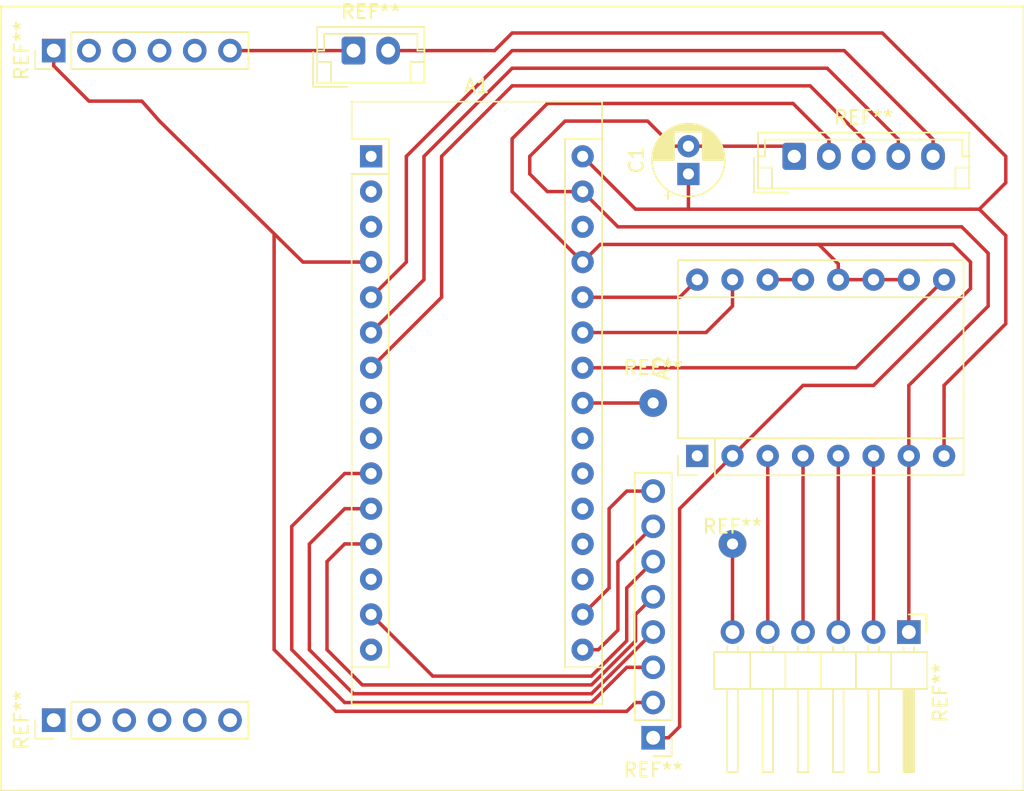
<source format=kicad_pcb>
(kicad_pcb (version 20171130) (host pcbnew "(5.1.5)-3")

  (general
    (thickness 1.6)
    (drawings 4)
    (tracks 143)
    (zones 0)
    (modules 11)
    (nets 39)
  )

  (page A4)
  (layers
    (0 F.Cu signal)
    (31 B.Cu signal)
    (32 B.Adhes user)
    (33 F.Adhes user)
    (34 B.Paste user)
    (35 F.Paste user)
    (36 B.SilkS user)
    (37 F.SilkS user)
    (38 B.Mask user)
    (39 F.Mask user)
    (40 Dwgs.User user)
    (41 Cmts.User user)
    (42 Eco1.User user)
    (43 Eco2.User user)
    (44 Edge.Cuts user)
    (45 Margin user)
    (46 B.CrtYd user)
    (47 F.CrtYd user)
    (48 B.Fab user)
    (49 F.Fab user)
  )

  (setup
    (last_trace_width 0.25)
    (user_trace_width 0.3)
    (user_trace_width 0.4)
    (trace_clearance 0.2)
    (zone_clearance 0.508)
    (zone_45_only no)
    (trace_min 0.2)
    (via_size 0.8)
    (via_drill 0.4)
    (via_min_size 0.4)
    (via_min_drill 0.3)
    (uvia_size 0.3)
    (uvia_drill 0.1)
    (uvias_allowed no)
    (uvia_min_size 0.2)
    (uvia_min_drill 0.1)
    (edge_width 0.05)
    (segment_width 0.2)
    (pcb_text_width 0.3)
    (pcb_text_size 1.5 1.5)
    (mod_edge_width 0.12)
    (mod_text_size 1 1)
    (mod_text_width 0.15)
    (pad_size 1.7 2)
    (pad_drill 1)
    (pad_to_mask_clearance 0.051)
    (solder_mask_min_width 0.25)
    (aux_axis_origin 0 0)
    (visible_elements 7FFFFFFF)
    (pcbplotparams
      (layerselection 0x00000_7fffffff)
      (usegerberextensions false)
      (usegerberattributes false)
      (usegerberadvancedattributes false)
      (creategerberjobfile false)
      (excludeedgelayer false)
      (linewidth 0.100000)
      (plotframeref false)
      (viasonmask false)
      (mode 1)
      (useauxorigin false)
      (hpglpennumber 1)
      (hpglpenspeed 20)
      (hpglpendiameter 15.000000)
      (psnegative false)
      (psa4output false)
      (plotreference false)
      (plotvalue false)
      (plotinvisibletext false)
      (padsonsilk true)
      (subtractmaskfromsilk false)
      (outputformat 1)
      (mirror false)
      (drillshape 0)
      (scaleselection 1)
      (outputdirectory "../../../../../Desktop/"))
  )

  (net 0 "")
  (net 1 "Net-(A1-Pad15)")
  (net 2 "Net-(A1-Pad13)")
  (net 3 "Net-(A1-Pad28)")
  (net 4 "Net-(A1-Pad26)")
  (net 5 "Net-(A1-Pad9)")
  (net 6 "Net-(A1-Pad24)")
  (net 7 "Net-(A1-Pad8)")
  (net 8 "Net-(A1-Pad22)")
  (net 9 "Net-(A1-Pad3)")
  (net 10 "Net-(A1-Pad18)")
  (net 11 "Net-(A1-Pad2)")
  (net 12 "Net-(A1-Pad1)")
  (net 13 "Net-(A2-Pad13)")
  (net 14 ardu_vcc)
  (net 15 ardu_gnd)
  (net 16 end_signal)
  (net 17 encoder_clk)
  (net 18 encoder_dt)
  (net 19 encoder_sw)
  (net 20 stepper_2A)
  (net 21 stepper_1A)
  (net 22 stepper_1B)
  (net 23 "Net-(A1-Pad25)")
  (net 24 stepper_2B)
  (net 25 "Net-(A2-Pad1)")
  (net 26 ardu_5v)
  (net 27 "Net-(A1-Pad19)")
  (net 28 "Net-(A1-Pad20)")
  (net 29 "Net-(A1-Pad21)")
  (net 30 ardu_gnd2)
  (net 31 tft_LED)
  (net 32 tft_RES)
  (net 33 tft_A0)
  (net 34 tft_SDA)
  (net 35 tft_SCK)
  (net 36 ardu_5V)
  (net 37 tft_CS)
  (net 38 "Net-(A1-Pad23)")

  (net_class Default "This is the default net class."
    (clearance 0.2)
    (trace_width 0.25)
    (via_dia 0.8)
    (via_drill 0.4)
    (uvia_dia 0.3)
    (uvia_drill 0.1)
    (add_net "Net-(A1-Pad1)")
    (add_net "Net-(A1-Pad13)")
    (add_net "Net-(A1-Pad15)")
    (add_net "Net-(A1-Pad18)")
    (add_net "Net-(A1-Pad19)")
    (add_net "Net-(A1-Pad2)")
    (add_net "Net-(A1-Pad20)")
    (add_net "Net-(A1-Pad21)")
    (add_net "Net-(A1-Pad22)")
    (add_net "Net-(A1-Pad23)")
    (add_net "Net-(A1-Pad24)")
    (add_net "Net-(A1-Pad25)")
    (add_net "Net-(A1-Pad26)")
    (add_net "Net-(A1-Pad28)")
    (add_net "Net-(A1-Pad3)")
    (add_net "Net-(A1-Pad8)")
    (add_net "Net-(A1-Pad9)")
    (add_net "Net-(A2-Pad1)")
    (add_net "Net-(A2-Pad13)")
    (add_net ardu_5V)
    (add_net ardu_5v)
    (add_net ardu_gnd)
    (add_net ardu_gnd2)
    (add_net ardu_vcc)
    (add_net encoder_clk)
    (add_net encoder_dt)
    (add_net encoder_sw)
    (add_net end_signal)
    (add_net stepper_1A)
    (add_net stepper_1B)
    (add_net stepper_2A)
    (add_net stepper_2B)
    (add_net tft_A0)
    (add_net tft_CS)
    (add_net tft_LED)
    (add_net tft_RES)
    (add_net tft_SCK)
    (add_net tft_SDA)
  )

  (module Connector_JST:JST_EH_B2B-EH-A_1x02_P2.50mm_Vertical (layer F.Cu) (tedit 616B0251) (tstamp 616B1496)
    (at 81.28 43.18)
    (descr "JST EH series connector, B2B-EH-A (http://www.jst-mfg.com/product/pdf/eng/eEH.pdf), generated with kicad-footprint-generator")
    (tags "connector JST EH vertical")
    (fp_text reference REF** (at 1.25 -2.8) (layer F.SilkS)
      (effects (font (size 1 1) (thickness 0.15)))
    )
    (fp_text value JST_EH_B2B-EH-A_1x02_P2.50mm_Vertical (at 1.25 3.4) (layer F.Fab)
      (effects (font (size 1 1) (thickness 0.15)))
    )
    (fp_text user %R (at 1.25 1.5) (layer F.Fab)
      (effects (font (size 1 1) (thickness 0.15)))
    )
    (fp_line (start -2.91 2.61) (end -0.41 2.61) (layer F.Fab) (width 0.1))
    (fp_line (start -2.91 0.11) (end -2.91 2.61) (layer F.Fab) (width 0.1))
    (fp_line (start -2.91 2.61) (end -0.41 2.61) (layer F.SilkS) (width 0.12))
    (fp_line (start -2.91 0.11) (end -2.91 2.61) (layer F.SilkS) (width 0.12))
    (fp_line (start 4.11 0.81) (end 4.11 2.31) (layer F.SilkS) (width 0.12))
    (fp_line (start 5.11 0.81) (end 4.11 0.81) (layer F.SilkS) (width 0.12))
    (fp_line (start -1.61 0.81) (end -1.61 2.31) (layer F.SilkS) (width 0.12))
    (fp_line (start -2.61 0.81) (end -1.61 0.81) (layer F.SilkS) (width 0.12))
    (fp_line (start 4.61 0) (end 5.11 0) (layer F.SilkS) (width 0.12))
    (fp_line (start 4.61 -1.21) (end 4.61 0) (layer F.SilkS) (width 0.12))
    (fp_line (start -2.11 -1.21) (end 4.61 -1.21) (layer F.SilkS) (width 0.12))
    (fp_line (start -2.11 0) (end -2.11 -1.21) (layer F.SilkS) (width 0.12))
    (fp_line (start -2.61 0) (end -2.11 0) (layer F.SilkS) (width 0.12))
    (fp_line (start 5.11 -1.71) (end -2.61 -1.71) (layer F.SilkS) (width 0.12))
    (fp_line (start 5.11 2.31) (end 5.11 -1.71) (layer F.SilkS) (width 0.12))
    (fp_line (start -2.61 2.31) (end 5.11 2.31) (layer F.SilkS) (width 0.12))
    (fp_line (start -2.61 -1.71) (end -2.61 2.31) (layer F.SilkS) (width 0.12))
    (fp_line (start 5.5 -2.1) (end -3 -2.1) (layer F.CrtYd) (width 0.05))
    (fp_line (start 5.5 2.7) (end 5.5 -2.1) (layer F.CrtYd) (width 0.05))
    (fp_line (start -3 2.7) (end 5.5 2.7) (layer F.CrtYd) (width 0.05))
    (fp_line (start -3 -2.1) (end -3 2.7) (layer F.CrtYd) (width 0.05))
    (fp_line (start 5 -1.6) (end -2.5 -1.6) (layer F.Fab) (width 0.1))
    (fp_line (start 5 2.2) (end 5 -1.6) (layer F.Fab) (width 0.1))
    (fp_line (start -2.5 2.2) (end 5 2.2) (layer F.Fab) (width 0.1))
    (fp_line (start -2.5 -1.6) (end -2.5 2.2) (layer F.Fab) (width 0.1))
    (pad 2 thru_hole oval (at 2.5 0) (size 1.7 2) (drill 1) (layers *.Cu *.Mask)
      (net 14 ardu_vcc))
    (pad 1 thru_hole roundrect (at 0 0) (size 1.7 2) (drill 1) (layers *.Cu *.Mask) (roundrect_rratio 0.147))
    (model ${KISYS3DMOD}/Connector_JST.3dshapes/JST_EH_B2B-EH-A_1x02_P2.50mm_Vertical.wrl
      (at (xyz 0 0 0))
      (scale (xyz 1 1 1))
      (rotate (xyz 0 0 0))
    )
  )

  (module Module:Pololu_Breakout-16_15.2x20.3mm (layer F.Cu) (tedit 616AFD7B) (tstamp 61650A8E)
    (at 106.045 72.39 90)
    (descr "Pololu Breakout 16-pin 15.2x20.3mm 0.6x0.8\\")
    (tags "Pololu Breakout")
    (path /6164C436)
    (fp_text reference A2 (at 6.35 -2.54 90) (layer F.SilkS)
      (effects (font (size 1 1) (thickness 0.15)))
    )
    (fp_text value A4988 (at 6.35 -2.54 90) (layer F.Fab)
      (effects (font (size 1 1) (thickness 0.15)))
    )
    (fp_line (start 14.21 19.3) (end -1.53 19.3) (layer F.CrtYd) (width 0.05))
    (fp_line (start 14.21 19.3) (end 14.21 -1.52) (layer F.CrtYd) (width 0.05))
    (fp_line (start -1.53 -1.52) (end -1.53 19.3) (layer F.CrtYd) (width 0.05))
    (fp_line (start -1.53 -1.52) (end 14.21 -1.52) (layer F.CrtYd) (width 0.05))
    (fp_line (start -1.27 19.05) (end -1.27 0) (layer F.Fab) (width 0.1))
    (fp_line (start 13.97 19.05) (end -1.27 19.05) (layer F.Fab) (width 0.1))
    (fp_line (start 13.97 -1.27) (end 13.97 19.05) (layer F.Fab) (width 0.1))
    (fp_line (start 0 -1.27) (end 13.97 -1.27) (layer F.Fab) (width 0.1))
    (fp_line (start -1.27 0) (end 0 -1.27) (layer F.Fab) (width 0.1))
    (fp_line (start 14.1 -1.4) (end 1.27 -1.4) (layer F.SilkS) (width 0.12))
    (fp_line (start 14.1 19.18) (end 14.1 -1.4) (layer F.SilkS) (width 0.12))
    (fp_line (start -1.4 19.18) (end 14.1 19.18) (layer F.SilkS) (width 0.12))
    (fp_line (start -1.4 1.27) (end -1.4 19.18) (layer F.SilkS) (width 0.12))
    (fp_line (start 1.27 1.27) (end -1.4 1.27) (layer F.SilkS) (width 0.12))
    (fp_line (start 1.27 -1.4) (end 1.27 1.27) (layer F.SilkS) (width 0.12))
    (fp_line (start -1.4 -1.4) (end -1.4 0) (layer F.SilkS) (width 0.12))
    (fp_line (start 0 -1.4) (end -1.4 -1.4) (layer F.SilkS) (width 0.12))
    (fp_line (start 1.27 1.27) (end 1.27 19.18) (layer F.SilkS) (width 0.12))
    (fp_line (start 11.43 -1.4) (end 11.43 19.18) (layer F.SilkS) (width 0.12))
    (fp_text user %R (at 6.35 0 90) (layer F.Fab)
      (effects (font (size 1 1) (thickness 0.15)))
    )
    (pad 16 thru_hole oval (at 12.7 0 90) (size 1.6 1.6) (drill 0.8) (layers *.Cu *.Mask)
      (net 4 "Net-(A1-Pad26)"))
    (pad 8 thru_hole oval (at 0 17.78 90) (size 1.6 1.6) (drill 0.8) (layers *.Cu *.Mask)
      (net 14 ardu_vcc))
    (pad 15 thru_hole oval (at 12.7 2.54 90) (size 1.6 1.6) (drill 0.8) (layers *.Cu *.Mask)
      (net 23 "Net-(A1-Pad25)"))
    (pad 7 thru_hole oval (at 0 15.24 90) (size 1.6 1.6) (drill 0.8) (layers *.Cu *.Mask)
      (net 15 ardu_gnd))
    (pad 14 thru_hole oval (at 12.7 5.08 90) (size 1.6 1.6) (drill 0.8) (layers *.Cu *.Mask)
      (net 13 "Net-(A2-Pad13)"))
    (pad 6 thru_hole oval (at 0 12.7 90) (size 1.6 1.6) (drill 0.8) (layers *.Cu *.Mask)
      (net 24 stepper_2B))
    (pad 13 thru_hole oval (at 12.7 7.62 90) (size 1.6 1.6) (drill 0.8) (layers *.Cu *.Mask)
      (net 13 "Net-(A2-Pad13)"))
    (pad 5 thru_hole oval (at 0 10.16 90) (size 1.6 1.6) (drill 0.8) (layers *.Cu *.Mask)
      (net 20 stepper_2A))
    (pad 12 thru_hole oval (at 12.7 10.16 90) (size 1.6 1.6) (drill 0.8) (layers *.Cu *.Mask)
      (net 36 ardu_5V))
    (pad 4 thru_hole oval (at 0 7.62 90) (size 1.6 1.6) (drill 0.8) (layers *.Cu *.Mask)
      (net 21 stepper_1A))
    (pad 11 thru_hole oval (at 12.7 12.7 90) (size 1.6 1.6) (drill 0.8) (layers *.Cu *.Mask)
      (net 36 ardu_5V))
    (pad 3 thru_hole oval (at 0 5.08 90) (size 1.6 1.6) (drill 0.8) (layers *.Cu *.Mask)
      (net 22 stepper_1B))
    (pad 10 thru_hole oval (at 12.7 15.24 90) (size 1.6 1.6) (drill 0.8) (layers *.Cu *.Mask)
      (net 36 ardu_5V))
    (pad 2 thru_hole oval (at 0 2.54 90) (size 1.6 1.6) (drill 0.8) (layers *.Cu *.Mask)
      (net 36 ardu_5V))
    (pad 9 thru_hole oval (at 12.7 17.78 90) (size 1.6 1.6) (drill 0.8) (layers *.Cu *.Mask)
      (net 6 "Net-(A1-Pad24)"))
    (pad 1 thru_hole rect (at 0 0 90) (size 1.6 1.6) (drill 0.8) (layers *.Cu *.Mask)
      (net 25 "Net-(A2-Pad1)"))
    (model ${KISYS3DMOD}/Module.3dshapes/Pololu_Breakout-16_15.2x20.3mm.wrl
      (at (xyz 0 0 0))
      (scale (xyz 1 1 1))
      (rotate (xyz 0 0 0))
    )
  )

  (module Connector_PinHeader_2.54mm:PinHeader_1x08_P2.54mm_Vertical (layer F.Cu) (tedit 616AFF25) (tstamp 6168314A)
    (at 102.87 92.71 180)
    (descr "Through hole straight pin header, 1x08, 2.54mm pitch, single row")
    (tags "Through hole pin header THT 1x08 2.54mm single row")
    (fp_text reference REF** (at 0 -2.33) (layer F.SilkS)
      (effects (font (size 1 1) (thickness 0.15)))
    )
    (fp_text value PinHeader (at 2.54 12.7 270) (layer F.Fab)
      (effects (font (size 1 1) (thickness 0.15)))
    )
    (fp_text user %R (at 0 8.89 90) (layer F.Fab)
      (effects (font (size 1 1) (thickness 0.15)))
    )
    (fp_line (start 1.8 -1.8) (end -1.8 -1.8) (layer F.CrtYd) (width 0.05))
    (fp_line (start 1.8 19.55) (end 1.8 -1.8) (layer F.CrtYd) (width 0.05))
    (fp_line (start -1.8 19.55) (end 1.8 19.55) (layer F.CrtYd) (width 0.05))
    (fp_line (start -1.8 -1.8) (end -1.8 19.55) (layer F.CrtYd) (width 0.05))
    (fp_line (start -1.33 -1.33) (end 0 -1.33) (layer F.SilkS) (width 0.12))
    (fp_line (start -1.33 0) (end -1.33 -1.33) (layer F.SilkS) (width 0.12))
    (fp_line (start -1.33 1.27) (end 1.33 1.27) (layer F.SilkS) (width 0.12))
    (fp_line (start 1.33 1.27) (end 1.33 19.11) (layer F.SilkS) (width 0.12))
    (fp_line (start -1.33 1.27) (end -1.33 19.11) (layer F.SilkS) (width 0.12))
    (fp_line (start -1.33 19.11) (end 1.33 19.11) (layer F.SilkS) (width 0.12))
    (fp_line (start -1.27 -0.635) (end -0.635 -1.27) (layer F.Fab) (width 0.1))
    (fp_line (start -1.27 19.05) (end -1.27 -0.635) (layer F.Fab) (width 0.1))
    (fp_line (start 1.27 19.05) (end -1.27 19.05) (layer F.Fab) (width 0.1))
    (fp_line (start 1.27 -1.27) (end 1.27 19.05) (layer F.Fab) (width 0.1))
    (fp_line (start -0.635 -1.27) (end 1.27 -1.27) (layer F.Fab) (width 0.1))
    (pad 8 thru_hole oval (at 0 17.78 180) (size 1.7 1.7) (drill 1) (layers *.Cu *.Mask)
      (net 31 tft_LED))
    (pad 7 thru_hole oval (at 0 15.24 180) (size 1.7 1.7) (drill 1) (layers *.Cu *.Mask)
      (net 35 tft_SCK))
    (pad 6 thru_hole oval (at 0 12.7 180) (size 1.7 1.7) (drill 1) (layers *.Cu *.Mask)
      (net 34 tft_SDA))
    (pad 5 thru_hole oval (at 0 10.16 180) (size 1.7 1.7) (drill 1) (layers *.Cu *.Mask)
      (net 33 tft_A0))
    (pad 4 thru_hole oval (at 0 7.62 180) (size 1.7 1.7) (drill 1) (layers *.Cu *.Mask)
      (net 32 tft_RES))
    (pad 3 thru_hole oval (at 0 5.08 180) (size 1.7 1.7) (drill 1) (layers *.Cu *.Mask)
      (net 37 tft_CS))
    (pad 2 thru_hole oval (at 0 2.54 180) (size 1.7 1.7) (drill 1) (layers *.Cu *.Mask)
      (net 30 ardu_gnd2))
    (pad 1 thru_hole rect (at 0 0 180) (size 1.7 1.7) (drill 1) (layers *.Cu *.Mask)
      (net 36 ardu_5V))
    (model ${KISYS3DMOD}/Connector_PinHeader_2.54mm.3dshapes/PinHeader_1x08_P2.54mm_Vertical.wrl
      (at (xyz 0 0 0))
      (scale (xyz 1 1 1))
      (rotate (xyz 0 0 0))
    )
  )

  (module Connector_PinHeader_2.54mm:PinHeader_1x06_P2.54mm_Vertical (layer F.Cu) (tedit 59FED5CC) (tstamp 6168AF42)
    (at 59.69 91.44 90)
    (descr "Through hole straight pin header, 1x06, 2.54mm pitch, single row")
    (tags "Through hole pin header THT 1x06 2.54mm single row")
    (fp_text reference REF** (at 0 -2.33 90) (layer F.SilkS)
      (effects (font (size 1 1) (thickness 0.15)))
    )
    (fp_text value PinHeader_1x06 (at -2.54 6.35 180) (layer F.Fab)
      (effects (font (size 1 1) (thickness 0.15)))
    )
    (fp_line (start -0.635 -1.27) (end 1.27 -1.27) (layer F.Fab) (width 0.1))
    (fp_line (start 1.27 -1.27) (end 1.27 13.97) (layer F.Fab) (width 0.1))
    (fp_line (start 1.27 13.97) (end -1.27 13.97) (layer F.Fab) (width 0.1))
    (fp_line (start -1.27 13.97) (end -1.27 -0.635) (layer F.Fab) (width 0.1))
    (fp_line (start -1.27 -0.635) (end -0.635 -1.27) (layer F.Fab) (width 0.1))
    (fp_line (start -1.33 14.03) (end 1.33 14.03) (layer F.SilkS) (width 0.12))
    (fp_line (start -1.33 1.27) (end -1.33 14.03) (layer F.SilkS) (width 0.12))
    (fp_line (start 1.33 1.27) (end 1.33 14.03) (layer F.SilkS) (width 0.12))
    (fp_line (start -1.33 1.27) (end 1.33 1.27) (layer F.SilkS) (width 0.12))
    (fp_line (start -1.33 0) (end -1.33 -1.33) (layer F.SilkS) (width 0.12))
    (fp_line (start -1.33 -1.33) (end 0 -1.33) (layer F.SilkS) (width 0.12))
    (fp_line (start -1.8 -1.8) (end -1.8 14.5) (layer F.CrtYd) (width 0.05))
    (fp_line (start -1.8 14.5) (end 1.8 14.5) (layer F.CrtYd) (width 0.05))
    (fp_line (start 1.8 14.5) (end 1.8 -1.8) (layer F.CrtYd) (width 0.05))
    (fp_line (start 1.8 -1.8) (end -1.8 -1.8) (layer F.CrtYd) (width 0.05))
    (fp_text user %R (at 0 6.35) (layer F.Fab)
      (effects (font (size 1 1) (thickness 0.15)))
    )
    (pad 1 thru_hole rect (at 0 0 90) (size 1.7 1.7) (drill 1) (layers *.Cu *.Mask))
    (pad 2 thru_hole oval (at 0 2.54 90) (size 1.7 1.7) (drill 1) (layers *.Cu *.Mask))
    (pad 3 thru_hole oval (at 0 5.08 90) (size 1.7 1.7) (drill 1) (layers *.Cu *.Mask))
    (pad 4 thru_hole oval (at 0 7.62 90) (size 1.7 1.7) (drill 1) (layers *.Cu *.Mask))
    (pad 5 thru_hole oval (at 0 10.16 90) (size 1.7 1.7) (drill 1) (layers *.Cu *.Mask))
    (pad 6 thru_hole oval (at 0 12.7 90) (size 1.7 1.7) (drill 1) (layers *.Cu *.Mask))
    (model ${KISYS3DMOD}/Connector_PinHeader_2.54mm.3dshapes/PinHeader_1x06_P2.54mm_Vertical.wrl
      (at (xyz 0 0 0))
      (scale (xyz 1 1 1))
      (rotate (xyz 0 0 0))
    )
  )

  (module Module:Arduino_Nano (layer F.Cu) (tedit 6167065F) (tstamp 61650A66)
    (at 82.55 50.8)
    (descr "Arduino Nano, http://www.mouser.com/pdfdocs/Gravitech_Arduino_Nano3_0.pdf")
    (tags "Arduino Nano")
    (path /6164E403)
    (fp_text reference A1 (at 7.62 -5.08) (layer F.SilkS)
      (effects (font (size 1 1) (thickness 0.15)))
    )
    (fp_text value Nano_v3.x (at 5.08 7.62 180) (layer F.Fab)
      (effects (font (size 1 1) (thickness 0.15)))
    )
    (fp_line (start 1.27 1.27) (end 1.27 -1.27) (layer F.SilkS) (width 0.12))
    (fp_line (start 1.27 -1.27) (end -1.4 -1.27) (layer F.SilkS) (width 0.12))
    (fp_line (start -1.4 1.27) (end -1.4 39.5) (layer F.SilkS) (width 0.12))
    (fp_line (start -1.4 -3.94) (end -1.4 -1.27) (layer F.SilkS) (width 0.12))
    (fp_line (start 13.97 -1.27) (end 16.64 -1.27) (layer F.SilkS) (width 0.12))
    (fp_line (start 13.97 -1.27) (end 13.97 36.83) (layer F.SilkS) (width 0.12))
    (fp_line (start 13.97 36.83) (end 16.64 36.83) (layer F.SilkS) (width 0.12))
    (fp_line (start 1.27 1.27) (end -1.4 1.27) (layer F.SilkS) (width 0.12))
    (fp_line (start 1.27 1.27) (end 1.27 36.83) (layer F.SilkS) (width 0.12))
    (fp_line (start 1.27 36.83) (end -1.4 36.83) (layer F.SilkS) (width 0.12))
    (fp_line (start 3.81 31.75) (end 11.43 31.75) (layer F.Fab) (width 0.1))
    (fp_line (start 11.43 31.75) (end 11.43 41.91) (layer F.Fab) (width 0.1))
    (fp_line (start 11.43 41.91) (end 3.81 41.91) (layer F.Fab) (width 0.1))
    (fp_line (start 3.81 41.91) (end 3.81 31.75) (layer F.Fab) (width 0.1))
    (fp_line (start -1.4 39.5) (end 16.64 39.5) (layer F.SilkS) (width 0.12))
    (fp_line (start 16.64 39.5) (end 16.64 -3.94) (layer F.SilkS) (width 0.12))
    (fp_line (start 16.64 -3.94) (end -1.4 -3.94) (layer F.SilkS) (width 0.12))
    (fp_line (start 16.51 39.37) (end -1.27 39.37) (layer F.Fab) (width 0.1))
    (fp_line (start -1.27 39.37) (end -1.27 -2.54) (layer F.Fab) (width 0.1))
    (fp_line (start -1.27 -2.54) (end 0 -3.81) (layer F.Fab) (width 0.1))
    (fp_line (start 0 -3.81) (end 16.51 -3.81) (layer F.Fab) (width 0.1))
    (fp_line (start 16.51 -3.81) (end 16.51 39.37) (layer F.Fab) (width 0.1))
    (fp_line (start -1.53 -4.06) (end 16.75 -4.06) (layer F.CrtYd) (width 0.05))
    (fp_line (start -1.53 -4.06) (end -1.53 42.16) (layer F.CrtYd) (width 0.05))
    (fp_line (start 16.75 42.16) (end 16.75 -4.06) (layer F.CrtYd) (width 0.05))
    (fp_line (start 16.75 42.16) (end -1.53 42.16) (layer F.CrtYd) (width 0.05))
    (pad 1 thru_hole rect (at 0 0) (size 1.6 1.6) (drill 0.8) (layers *.Cu *.Mask)
      (net 12 "Net-(A1-Pad1)"))
    (pad 17 thru_hole oval (at 15.24 33.02) (size 1.6 1.6) (drill 0.8) (layers *.Cu *.Mask)
      (net 31 tft_LED))
    (pad 2 thru_hole oval (at 0 2.54) (size 1.6 1.6) (drill 0.8) (layers *.Cu *.Mask)
      (net 11 "Net-(A1-Pad2)"))
    (pad 18 thru_hole oval (at 15.24 30.48) (size 1.6 1.6) (drill 0.8) (layers *.Cu *.Mask)
      (net 10 "Net-(A1-Pad18)"))
    (pad 3 thru_hole oval (at 0 5.08) (size 1.6 1.6) (drill 0.8) (layers *.Cu *.Mask)
      (net 9 "Net-(A1-Pad3)"))
    (pad 19 thru_hole oval (at 15.24 27.94) (size 1.6 1.6) (drill 0.8) (layers *.Cu *.Mask)
      (net 27 "Net-(A1-Pad19)"))
    (pad 4 thru_hole oval (at 0 7.62) (size 1.6 1.6) (drill 0.8) (layers *.Cu *.Mask)
      (net 30 ardu_gnd2))
    (pad 20 thru_hole oval (at 15.24 25.4) (size 1.6 1.6) (drill 0.8) (layers *.Cu *.Mask)
      (net 28 "Net-(A1-Pad20)"))
    (pad 5 thru_hole oval (at 0 10.16) (size 1.6 1.6) (drill 0.8) (layers *.Cu *.Mask)
      (net 18 encoder_dt))
    (pad 21 thru_hole oval (at 15.24 22.86) (size 1.6 1.6) (drill 0.8) (layers *.Cu *.Mask)
      (net 29 "Net-(A1-Pad21)"))
    (pad 6 thru_hole oval (at 0 12.7) (size 1.6 1.6) (drill 0.8) (layers *.Cu *.Mask)
      (net 17 encoder_clk))
    (pad 22 thru_hole oval (at 15.24 20.32) (size 1.6 1.6) (drill 0.8) (layers *.Cu *.Mask)
      (net 8 "Net-(A1-Pad22)"))
    (pad 7 thru_hole oval (at 0 15.24) (size 1.6 1.6) (drill 0.8) (layers *.Cu *.Mask)
      (net 19 encoder_sw))
    (pad 23 thru_hole oval (at 15.24 17.78) (size 1.6 1.6) (drill 0.8) (layers *.Cu *.Mask)
      (net 38 "Net-(A1-Pad23)"))
    (pad 8 thru_hole oval (at 0 17.78) (size 1.6 1.6) (drill 0.8) (layers *.Cu *.Mask)
      (net 7 "Net-(A1-Pad8)"))
    (pad 24 thru_hole oval (at 15.24 15.24) (size 1.6 1.6) (drill 0.8) (layers *.Cu *.Mask)
      (net 6 "Net-(A1-Pad24)"))
    (pad 9 thru_hole oval (at 0 20.32) (size 1.6 1.6) (drill 0.8) (layers *.Cu *.Mask)
      (net 5 "Net-(A1-Pad9)"))
    (pad 25 thru_hole oval (at 15.24 12.7) (size 1.6 1.6) (drill 0.8) (layers *.Cu *.Mask)
      (net 23 "Net-(A1-Pad25)"))
    (pad 10 thru_hole oval (at 0 22.86) (size 1.6 1.6) (drill 0.8) (layers *.Cu *.Mask)
      (net 37 tft_CS))
    (pad 26 thru_hole oval (at 15.24 10.16) (size 1.6 1.6) (drill 0.8) (layers *.Cu *.Mask)
      (net 4 "Net-(A1-Pad26)"))
    (pad 11 thru_hole oval (at 0 25.4) (size 1.6 1.6) (drill 0.8) (layers *.Cu *.Mask)
      (net 32 tft_RES))
    (pad 27 thru_hole oval (at 15.24 7.62) (size 1.6 1.6) (drill 0.8) (layers *.Cu *.Mask)
      (net 36 ardu_5V))
    (pad 12 thru_hole oval (at 0 27.94) (size 1.6 1.6) (drill 0.8) (layers *.Cu *.Mask)
      (net 33 tft_A0))
    (pad 28 thru_hole oval (at 15.24 5.08) (size 1.6 1.6) (drill 0.8) (layers *.Cu *.Mask)
      (net 3 "Net-(A1-Pad28)"))
    (pad 13 thru_hole oval (at 0 30.48) (size 1.6 1.6) (drill 0.8) (layers *.Cu *.Mask)
      (net 2 "Net-(A1-Pad13)"))
    (pad 29 thru_hole oval (at 15.24 2.54) (size 1.6 1.6) (drill 0.8) (layers *.Cu *.Mask)
      (net 15 ardu_gnd))
    (pad 14 thru_hole oval (at 0 33.02) (size 1.6 1.6) (drill 0.8) (layers *.Cu *.Mask)
      (net 34 tft_SDA))
    (pad 30 thru_hole oval (at 15.24 0) (size 1.6 1.6) (drill 0.8) (layers *.Cu *.Mask)
      (net 14 ardu_vcc))
    (pad 15 thru_hole oval (at 0 35.56) (size 1.6 1.6) (drill 0.8) (layers *.Cu *.Mask)
      (net 1 "Net-(A1-Pad15)"))
    (pad 16 thru_hole oval (at 15.24 35.56) (size 1.6 1.6) (drill 0.8) (layers *.Cu *.Mask)
      (net 35 tft_SCK))
    (model ${KISYS3DMOD}/Module.3dshapes/Arduino_Nano_WithMountingHoles.wrl
      (at (xyz 0 0 0))
      (scale (xyz 1 1 1))
      (rotate (xyz 0 0 0))
    )
  )

  (module Connector_PinHeader_2.54mm:PinHeader_1x06_P2.54mm_Vertical (layer F.Cu) (tedit 616B0246) (tstamp 6168A818)
    (at 59.69 43.18 90)
    (descr "Through hole straight pin header, 1x06, 2.54mm pitch, single row")
    (tags "Through hole pin header THT 1x06 2.54mm single row")
    (fp_text reference REF** (at 0 -2.33 90) (layer F.SilkS)
      (effects (font (size 1 1) (thickness 0.15)))
    )
    (fp_text value PinHeader_1x06 (at -2.54 6.35 180) (layer F.Fab)
      (effects (font (size 1 1) (thickness 0.15)))
    )
    (fp_text user %R (at 0 6.35) (layer F.Fab)
      (effects (font (size 1 1) (thickness 0.15)))
    )
    (fp_line (start 1.8 -1.8) (end -1.8 -1.8) (layer F.CrtYd) (width 0.05))
    (fp_line (start 1.8 14.5) (end 1.8 -1.8) (layer F.CrtYd) (width 0.05))
    (fp_line (start -1.8 14.5) (end 1.8 14.5) (layer F.CrtYd) (width 0.05))
    (fp_line (start -1.8 -1.8) (end -1.8 14.5) (layer F.CrtYd) (width 0.05))
    (fp_line (start -1.33 -1.33) (end 0 -1.33) (layer F.SilkS) (width 0.12))
    (fp_line (start -1.33 0) (end -1.33 -1.33) (layer F.SilkS) (width 0.12))
    (fp_line (start -1.33 1.27) (end 1.33 1.27) (layer F.SilkS) (width 0.12))
    (fp_line (start 1.33 1.27) (end 1.33 14.03) (layer F.SilkS) (width 0.12))
    (fp_line (start -1.33 1.27) (end -1.33 14.03) (layer F.SilkS) (width 0.12))
    (fp_line (start -1.33 14.03) (end 1.33 14.03) (layer F.SilkS) (width 0.12))
    (fp_line (start -1.27 -0.635) (end -0.635 -1.27) (layer F.Fab) (width 0.1))
    (fp_line (start -1.27 13.97) (end -1.27 -0.635) (layer F.Fab) (width 0.1))
    (fp_line (start 1.27 13.97) (end -1.27 13.97) (layer F.Fab) (width 0.1))
    (fp_line (start 1.27 -1.27) (end 1.27 13.97) (layer F.Fab) (width 0.1))
    (fp_line (start -0.635 -1.27) (end 1.27 -1.27) (layer F.Fab) (width 0.1))
    (pad 6 thru_hole oval (at 0 12.7 90) (size 1.7 1.7) (drill 1) (layers *.Cu *.Mask))
    (pad 5 thru_hole oval (at 0 10.16 90) (size 1.7 1.7) (drill 1) (layers *.Cu *.Mask))
    (pad 4 thru_hole oval (at 0 7.62 90) (size 1.7 1.7) (drill 1) (layers *.Cu *.Mask))
    (pad 3 thru_hole oval (at 0 5.08 90) (size 1.7 1.7) (drill 1) (layers *.Cu *.Mask))
    (pad 2 thru_hole oval (at 0 2.54 90) (size 1.7 1.7) (drill 1) (layers *.Cu *.Mask))
    (pad 1 thru_hole rect (at 0 0 90) (size 1.7 1.7) (drill 1) (layers *.Cu *.Mask)
      (net 30 ardu_gnd2))
    (model ${KISYS3DMOD}/Connector_PinHeader_2.54mm.3dshapes/PinHeader_1x06_P2.54mm_Vertical.wrl
      (at (xyz 0 0 0))
      (scale (xyz 1 1 1))
      (rotate (xyz 0 0 0))
    )
  )

  (module Connector_Wire:SolderWirePad_1x01_Drill0.8mm (layer F.Cu) (tedit 61681A8E) (tstamp 61686E03)
    (at 102.87 68.58)
    (descr "Wire solder connection")
    (tags connector)
    (attr virtual)
    (fp_text reference REF** (at 0 -2.54) (layer F.SilkS)
      (effects (font (size 1 1) (thickness 0.15)))
    )
    (fp_text value pad (at 0 2.54) (layer F.Fab)
      (effects (font (size 1 1) (thickness 0.15)))
    )
    (fp_line (start 1.5 1.5) (end -1.5 1.5) (layer F.CrtYd) (width 0.05))
    (fp_line (start 1.5 1.5) (end 1.5 -1.5) (layer F.CrtYd) (width 0.05))
    (fp_line (start -1.5 -1.5) (end -1.5 1.5) (layer F.CrtYd) (width 0.05))
    (fp_line (start -1.5 -1.5) (end 1.5 -1.5) (layer F.CrtYd) (width 0.05))
    (fp_text user %R (at 0 0) (layer F.Fab)
      (effects (font (size 1 1) (thickness 0.15)))
    )
    (pad 1 thru_hole circle (at 0 0) (size 1.99898 1.99898) (drill 0.8001) (layers *.Cu *.Mask)
      (net 38 "Net-(A1-Pad23)"))
  )

  (module Connector_Wire:SolderWirePad_1x01_Drill0.8mm (layer F.Cu) (tedit 61681A69) (tstamp 61686DD5)
    (at 108.585 78.74)
    (descr "Wire solder connection")
    (tags connector)
    (attr virtual)
    (fp_text reference REF** (at 0 -1.27) (layer F.SilkS)
      (effects (font (size 1 1) (thickness 0.15)))
    )
    (fp_text value pad (at 0 -2.54) (layer F.Fab)
      (effects (font (size 1 1) (thickness 0.15)))
    )
    (fp_line (start 1.5 1.5) (end -1.5 1.5) (layer F.CrtYd) (width 0.05))
    (fp_line (start 1.5 1.5) (end 1.5 -1.5) (layer F.CrtYd) (width 0.05))
    (fp_line (start -1.5 -1.5) (end -1.5 1.5) (layer F.CrtYd) (width 0.05))
    (fp_line (start -1.5 -1.5) (end 1.5 -1.5) (layer F.CrtYd) (width 0.05))
    (fp_text user %R (at 0 0) (layer F.Fab)
      (effects (font (size 1 1) (thickness 0.15)))
    )
    (pad 1 thru_hole circle (at 0 0) (size 1.99898 1.99898) (drill 0.8001) (layers *.Cu *.Mask)
      (net 16 end_signal))
  )

  (module Capacitor_THT:CP_Radial_D5.0mm_P2.00mm (layer F.Cu) (tedit 5AE50EF0) (tstamp 6167D224)
    (at 105.41 52.07 90)
    (descr "CP, Radial series, Radial, pin pitch=2.00mm, , diameter=5mm, Electrolytic Capacitor")
    (tags "CP Radial series Radial pin pitch 2.00mm  diameter 5mm Electrolytic Capacitor")
    (path /616E050A)
    (fp_text reference C1 (at 1 -3.75 90) (layer F.SilkS)
      (effects (font (size 1 1) (thickness 0.15)))
    )
    (fp_text value CP (at 1 3.75 90) (layer F.Fab)
      (effects (font (size 1 1) (thickness 0.15)))
    )
    (fp_text user %R (at 1 0 90) (layer F.Fab)
      (effects (font (size 1 1) (thickness 0.15)))
    )
    (fp_line (start -1.554775 -1.725) (end -1.554775 -1.225) (layer F.SilkS) (width 0.12))
    (fp_line (start -1.804775 -1.475) (end -1.304775 -1.475) (layer F.SilkS) (width 0.12))
    (fp_line (start 3.601 -0.284) (end 3.601 0.284) (layer F.SilkS) (width 0.12))
    (fp_line (start 3.561 -0.518) (end 3.561 0.518) (layer F.SilkS) (width 0.12))
    (fp_line (start 3.521 -0.677) (end 3.521 0.677) (layer F.SilkS) (width 0.12))
    (fp_line (start 3.481 -0.805) (end 3.481 0.805) (layer F.SilkS) (width 0.12))
    (fp_line (start 3.441 -0.915) (end 3.441 0.915) (layer F.SilkS) (width 0.12))
    (fp_line (start 3.401 -1.011) (end 3.401 1.011) (layer F.SilkS) (width 0.12))
    (fp_line (start 3.361 -1.098) (end 3.361 1.098) (layer F.SilkS) (width 0.12))
    (fp_line (start 3.321 -1.178) (end 3.321 1.178) (layer F.SilkS) (width 0.12))
    (fp_line (start 3.281 -1.251) (end 3.281 1.251) (layer F.SilkS) (width 0.12))
    (fp_line (start 3.241 -1.319) (end 3.241 1.319) (layer F.SilkS) (width 0.12))
    (fp_line (start 3.201 -1.383) (end 3.201 1.383) (layer F.SilkS) (width 0.12))
    (fp_line (start 3.161 -1.443) (end 3.161 1.443) (layer F.SilkS) (width 0.12))
    (fp_line (start 3.121 -1.5) (end 3.121 1.5) (layer F.SilkS) (width 0.12))
    (fp_line (start 3.081 -1.554) (end 3.081 1.554) (layer F.SilkS) (width 0.12))
    (fp_line (start 3.041 -1.605) (end 3.041 1.605) (layer F.SilkS) (width 0.12))
    (fp_line (start 3.001 1.04) (end 3.001 1.653) (layer F.SilkS) (width 0.12))
    (fp_line (start 3.001 -1.653) (end 3.001 -1.04) (layer F.SilkS) (width 0.12))
    (fp_line (start 2.961 1.04) (end 2.961 1.699) (layer F.SilkS) (width 0.12))
    (fp_line (start 2.961 -1.699) (end 2.961 -1.04) (layer F.SilkS) (width 0.12))
    (fp_line (start 2.921 1.04) (end 2.921 1.743) (layer F.SilkS) (width 0.12))
    (fp_line (start 2.921 -1.743) (end 2.921 -1.04) (layer F.SilkS) (width 0.12))
    (fp_line (start 2.881 1.04) (end 2.881 1.785) (layer F.SilkS) (width 0.12))
    (fp_line (start 2.881 -1.785) (end 2.881 -1.04) (layer F.SilkS) (width 0.12))
    (fp_line (start 2.841 1.04) (end 2.841 1.826) (layer F.SilkS) (width 0.12))
    (fp_line (start 2.841 -1.826) (end 2.841 -1.04) (layer F.SilkS) (width 0.12))
    (fp_line (start 2.801 1.04) (end 2.801 1.864) (layer F.SilkS) (width 0.12))
    (fp_line (start 2.801 -1.864) (end 2.801 -1.04) (layer F.SilkS) (width 0.12))
    (fp_line (start 2.761 1.04) (end 2.761 1.901) (layer F.SilkS) (width 0.12))
    (fp_line (start 2.761 -1.901) (end 2.761 -1.04) (layer F.SilkS) (width 0.12))
    (fp_line (start 2.721 1.04) (end 2.721 1.937) (layer F.SilkS) (width 0.12))
    (fp_line (start 2.721 -1.937) (end 2.721 -1.04) (layer F.SilkS) (width 0.12))
    (fp_line (start 2.681 1.04) (end 2.681 1.971) (layer F.SilkS) (width 0.12))
    (fp_line (start 2.681 -1.971) (end 2.681 -1.04) (layer F.SilkS) (width 0.12))
    (fp_line (start 2.641 1.04) (end 2.641 2.004) (layer F.SilkS) (width 0.12))
    (fp_line (start 2.641 -2.004) (end 2.641 -1.04) (layer F.SilkS) (width 0.12))
    (fp_line (start 2.601 1.04) (end 2.601 2.035) (layer F.SilkS) (width 0.12))
    (fp_line (start 2.601 -2.035) (end 2.601 -1.04) (layer F.SilkS) (width 0.12))
    (fp_line (start 2.561 1.04) (end 2.561 2.065) (layer F.SilkS) (width 0.12))
    (fp_line (start 2.561 -2.065) (end 2.561 -1.04) (layer F.SilkS) (width 0.12))
    (fp_line (start 2.521 1.04) (end 2.521 2.095) (layer F.SilkS) (width 0.12))
    (fp_line (start 2.521 -2.095) (end 2.521 -1.04) (layer F.SilkS) (width 0.12))
    (fp_line (start 2.481 1.04) (end 2.481 2.122) (layer F.SilkS) (width 0.12))
    (fp_line (start 2.481 -2.122) (end 2.481 -1.04) (layer F.SilkS) (width 0.12))
    (fp_line (start 2.441 1.04) (end 2.441 2.149) (layer F.SilkS) (width 0.12))
    (fp_line (start 2.441 -2.149) (end 2.441 -1.04) (layer F.SilkS) (width 0.12))
    (fp_line (start 2.401 1.04) (end 2.401 2.175) (layer F.SilkS) (width 0.12))
    (fp_line (start 2.401 -2.175) (end 2.401 -1.04) (layer F.SilkS) (width 0.12))
    (fp_line (start 2.361 1.04) (end 2.361 2.2) (layer F.SilkS) (width 0.12))
    (fp_line (start 2.361 -2.2) (end 2.361 -1.04) (layer F.SilkS) (width 0.12))
    (fp_line (start 2.321 1.04) (end 2.321 2.224) (layer F.SilkS) (width 0.12))
    (fp_line (start 2.321 -2.224) (end 2.321 -1.04) (layer F.SilkS) (width 0.12))
    (fp_line (start 2.281 1.04) (end 2.281 2.247) (layer F.SilkS) (width 0.12))
    (fp_line (start 2.281 -2.247) (end 2.281 -1.04) (layer F.SilkS) (width 0.12))
    (fp_line (start 2.241 1.04) (end 2.241 2.268) (layer F.SilkS) (width 0.12))
    (fp_line (start 2.241 -2.268) (end 2.241 -1.04) (layer F.SilkS) (width 0.12))
    (fp_line (start 2.201 1.04) (end 2.201 2.29) (layer F.SilkS) (width 0.12))
    (fp_line (start 2.201 -2.29) (end 2.201 -1.04) (layer F.SilkS) (width 0.12))
    (fp_line (start 2.161 1.04) (end 2.161 2.31) (layer F.SilkS) (width 0.12))
    (fp_line (start 2.161 -2.31) (end 2.161 -1.04) (layer F.SilkS) (width 0.12))
    (fp_line (start 2.121 1.04) (end 2.121 2.329) (layer F.SilkS) (width 0.12))
    (fp_line (start 2.121 -2.329) (end 2.121 -1.04) (layer F.SilkS) (width 0.12))
    (fp_line (start 2.081 1.04) (end 2.081 2.348) (layer F.SilkS) (width 0.12))
    (fp_line (start 2.081 -2.348) (end 2.081 -1.04) (layer F.SilkS) (width 0.12))
    (fp_line (start 2.041 1.04) (end 2.041 2.365) (layer F.SilkS) (width 0.12))
    (fp_line (start 2.041 -2.365) (end 2.041 -1.04) (layer F.SilkS) (width 0.12))
    (fp_line (start 2.001 1.04) (end 2.001 2.382) (layer F.SilkS) (width 0.12))
    (fp_line (start 2.001 -2.382) (end 2.001 -1.04) (layer F.SilkS) (width 0.12))
    (fp_line (start 1.961 1.04) (end 1.961 2.398) (layer F.SilkS) (width 0.12))
    (fp_line (start 1.961 -2.398) (end 1.961 -1.04) (layer F.SilkS) (width 0.12))
    (fp_line (start 1.921 1.04) (end 1.921 2.414) (layer F.SilkS) (width 0.12))
    (fp_line (start 1.921 -2.414) (end 1.921 -1.04) (layer F.SilkS) (width 0.12))
    (fp_line (start 1.881 1.04) (end 1.881 2.428) (layer F.SilkS) (width 0.12))
    (fp_line (start 1.881 -2.428) (end 1.881 -1.04) (layer F.SilkS) (width 0.12))
    (fp_line (start 1.841 1.04) (end 1.841 2.442) (layer F.SilkS) (width 0.12))
    (fp_line (start 1.841 -2.442) (end 1.841 -1.04) (layer F.SilkS) (width 0.12))
    (fp_line (start 1.801 1.04) (end 1.801 2.455) (layer F.SilkS) (width 0.12))
    (fp_line (start 1.801 -2.455) (end 1.801 -1.04) (layer F.SilkS) (width 0.12))
    (fp_line (start 1.761 1.04) (end 1.761 2.468) (layer F.SilkS) (width 0.12))
    (fp_line (start 1.761 -2.468) (end 1.761 -1.04) (layer F.SilkS) (width 0.12))
    (fp_line (start 1.721 1.04) (end 1.721 2.48) (layer F.SilkS) (width 0.12))
    (fp_line (start 1.721 -2.48) (end 1.721 -1.04) (layer F.SilkS) (width 0.12))
    (fp_line (start 1.68 1.04) (end 1.68 2.491) (layer F.SilkS) (width 0.12))
    (fp_line (start 1.68 -2.491) (end 1.68 -1.04) (layer F.SilkS) (width 0.12))
    (fp_line (start 1.64 1.04) (end 1.64 2.501) (layer F.SilkS) (width 0.12))
    (fp_line (start 1.64 -2.501) (end 1.64 -1.04) (layer F.SilkS) (width 0.12))
    (fp_line (start 1.6 1.04) (end 1.6 2.511) (layer F.SilkS) (width 0.12))
    (fp_line (start 1.6 -2.511) (end 1.6 -1.04) (layer F.SilkS) (width 0.12))
    (fp_line (start 1.56 1.04) (end 1.56 2.52) (layer F.SilkS) (width 0.12))
    (fp_line (start 1.56 -2.52) (end 1.56 -1.04) (layer F.SilkS) (width 0.12))
    (fp_line (start 1.52 1.04) (end 1.52 2.528) (layer F.SilkS) (width 0.12))
    (fp_line (start 1.52 -2.528) (end 1.52 -1.04) (layer F.SilkS) (width 0.12))
    (fp_line (start 1.48 1.04) (end 1.48 2.536) (layer F.SilkS) (width 0.12))
    (fp_line (start 1.48 -2.536) (end 1.48 -1.04) (layer F.SilkS) (width 0.12))
    (fp_line (start 1.44 1.04) (end 1.44 2.543) (layer F.SilkS) (width 0.12))
    (fp_line (start 1.44 -2.543) (end 1.44 -1.04) (layer F.SilkS) (width 0.12))
    (fp_line (start 1.4 1.04) (end 1.4 2.55) (layer F.SilkS) (width 0.12))
    (fp_line (start 1.4 -2.55) (end 1.4 -1.04) (layer F.SilkS) (width 0.12))
    (fp_line (start 1.36 1.04) (end 1.36 2.556) (layer F.SilkS) (width 0.12))
    (fp_line (start 1.36 -2.556) (end 1.36 -1.04) (layer F.SilkS) (width 0.12))
    (fp_line (start 1.32 1.04) (end 1.32 2.561) (layer F.SilkS) (width 0.12))
    (fp_line (start 1.32 -2.561) (end 1.32 -1.04) (layer F.SilkS) (width 0.12))
    (fp_line (start 1.28 1.04) (end 1.28 2.565) (layer F.SilkS) (width 0.12))
    (fp_line (start 1.28 -2.565) (end 1.28 -1.04) (layer F.SilkS) (width 0.12))
    (fp_line (start 1.24 1.04) (end 1.24 2.569) (layer F.SilkS) (width 0.12))
    (fp_line (start 1.24 -2.569) (end 1.24 -1.04) (layer F.SilkS) (width 0.12))
    (fp_line (start 1.2 1.04) (end 1.2 2.573) (layer F.SilkS) (width 0.12))
    (fp_line (start 1.2 -2.573) (end 1.2 -1.04) (layer F.SilkS) (width 0.12))
    (fp_line (start 1.16 1.04) (end 1.16 2.576) (layer F.SilkS) (width 0.12))
    (fp_line (start 1.16 -2.576) (end 1.16 -1.04) (layer F.SilkS) (width 0.12))
    (fp_line (start 1.12 1.04) (end 1.12 2.578) (layer F.SilkS) (width 0.12))
    (fp_line (start 1.12 -2.578) (end 1.12 -1.04) (layer F.SilkS) (width 0.12))
    (fp_line (start 1.08 1.04) (end 1.08 2.579) (layer F.SilkS) (width 0.12))
    (fp_line (start 1.08 -2.579) (end 1.08 -1.04) (layer F.SilkS) (width 0.12))
    (fp_line (start 1.04 -2.58) (end 1.04 -1.04) (layer F.SilkS) (width 0.12))
    (fp_line (start 1.04 1.04) (end 1.04 2.58) (layer F.SilkS) (width 0.12))
    (fp_line (start 1 -2.58) (end 1 -1.04) (layer F.SilkS) (width 0.12))
    (fp_line (start 1 1.04) (end 1 2.58) (layer F.SilkS) (width 0.12))
    (fp_line (start -0.883605 -1.3375) (end -0.883605 -0.8375) (layer F.Fab) (width 0.1))
    (fp_line (start -1.133605 -1.0875) (end -0.633605 -1.0875) (layer F.Fab) (width 0.1))
    (fp_circle (center 1 0) (end 3.75 0) (layer F.CrtYd) (width 0.05))
    (fp_circle (center 1 0) (end 3.62 0) (layer F.SilkS) (width 0.12))
    (fp_circle (center 1 0) (end 3.5 0) (layer F.Fab) (width 0.1))
    (pad 2 thru_hole circle (at 2 0 90) (size 1.6 1.6) (drill 0.8) (layers *.Cu *.Mask)
      (net 15 ardu_gnd))
    (pad 1 thru_hole rect (at 0 0 90) (size 1.6 1.6) (drill 0.8) (layers *.Cu *.Mask)
      (net 14 ardu_vcc))
    (model ${KISYS3DMOD}/Capacitor_THT.3dshapes/CP_Radial_D5.0mm_P2.00mm.wrl
      (at (xyz 0 0 0))
      (scale (xyz 1 1 1))
      (rotate (xyz 0 0 0))
    )
  )

  (module Connector_JST:JST_EH_B5B-EH-A_1x05_P2.50mm_Vertical (layer F.Cu) (tedit 6168097C) (tstamp 6167AE7F)
    (at 113.03 50.8)
    (descr "JST EH series connector, B5B-EH-A (http://www.jst-mfg.com/product/pdf/eng/eEH.pdf), generated with kicad-footprint-generator")
    (tags "connector JST EH vertical")
    (fp_text reference REF** (at 5 -2.8) (layer F.SilkS)
      (effects (font (size 1 1) (thickness 0.15)))
    )
    (fp_text value JST_5 (at 0 -2.54) (layer F.Fab)
      (effects (font (size 1 1) (thickness 0.15)))
    )
    (fp_text user %R (at 5 1.5) (layer F.Fab)
      (effects (font (size 1 1) (thickness 0.15)))
    )
    (fp_line (start -2.91 2.61) (end -0.41 2.61) (layer F.Fab) (width 0.1))
    (fp_line (start -2.91 0.11) (end -2.91 2.61) (layer F.Fab) (width 0.1))
    (fp_line (start -2.91 2.61) (end -0.41 2.61) (layer F.SilkS) (width 0.12))
    (fp_line (start -2.91 0.11) (end -2.91 2.61) (layer F.SilkS) (width 0.12))
    (fp_line (start 11.61 0.81) (end 11.61 2.31) (layer F.SilkS) (width 0.12))
    (fp_line (start 12.61 0.81) (end 11.61 0.81) (layer F.SilkS) (width 0.12))
    (fp_line (start -1.61 0.81) (end -1.61 2.31) (layer F.SilkS) (width 0.12))
    (fp_line (start -2.61 0.81) (end -1.61 0.81) (layer F.SilkS) (width 0.12))
    (fp_line (start 12.11 0) (end 12.61 0) (layer F.SilkS) (width 0.12))
    (fp_line (start 12.11 -1.21) (end 12.11 0) (layer F.SilkS) (width 0.12))
    (fp_line (start -2.11 -1.21) (end 12.11 -1.21) (layer F.SilkS) (width 0.12))
    (fp_line (start -2.11 0) (end -2.11 -1.21) (layer F.SilkS) (width 0.12))
    (fp_line (start -2.61 0) (end -2.11 0) (layer F.SilkS) (width 0.12))
    (fp_line (start 12.61 -1.71) (end -2.61 -1.71) (layer F.SilkS) (width 0.12))
    (fp_line (start 12.61 2.31) (end 12.61 -1.71) (layer F.SilkS) (width 0.12))
    (fp_line (start -2.61 2.31) (end 12.61 2.31) (layer F.SilkS) (width 0.12))
    (fp_line (start -2.61 -1.71) (end -2.61 2.31) (layer F.SilkS) (width 0.12))
    (fp_line (start 13 -2.1) (end -3 -2.1) (layer F.CrtYd) (width 0.05))
    (fp_line (start 13 2.7) (end 13 -2.1) (layer F.CrtYd) (width 0.05))
    (fp_line (start -3 2.7) (end 13 2.7) (layer F.CrtYd) (width 0.05))
    (fp_line (start -3 -2.1) (end -3 2.7) (layer F.CrtYd) (width 0.05))
    (fp_line (start 12.5 -1.6) (end -2.5 -1.6) (layer F.Fab) (width 0.1))
    (fp_line (start 12.5 2.2) (end 12.5 -1.6) (layer F.Fab) (width 0.1))
    (fp_line (start -2.5 2.2) (end 12.5 2.2) (layer F.Fab) (width 0.1))
    (fp_line (start -2.5 -1.6) (end -2.5 2.2) (layer F.Fab) (width 0.1))
    (pad 5 thru_hole oval (at 10 0) (size 1.7 1.95) (drill 0.95) (layers *.Cu *.Mask)
      (net 18 encoder_dt))
    (pad 4 thru_hole oval (at 7.5 0) (size 1.7 1.95) (drill 0.95) (layers *.Cu *.Mask)
      (net 17 encoder_clk))
    (pad 3 thru_hole oval (at 5 0) (size 1.7 1.95) (drill 0.95) (layers *.Cu *.Mask)
      (net 19 encoder_sw))
    (pad 2 thru_hole oval (at 2.5 0) (size 1.7 1.95) (drill 0.95) (layers *.Cu *.Mask)
      (net 26 ardu_5v))
    (pad 1 thru_hole roundrect (at 0 0) (size 1.7 1.95) (drill 0.95) (layers *.Cu *.Mask) (roundrect_rratio 0.147)
      (net 15 ardu_gnd))
    (model ${KISYS3DMOD}/Connector_JST.3dshapes/JST_EH_B5B-EH-A_1x05_P2.50mm_Vertical.wrl
      (at (xyz 0 0 0))
      (scale (xyz 1 1 1))
      (rotate (xyz 0 0 0))
    )
  )

  (module Connector_PinHeader_2.54mm:PinHeader_1x06_P2.54mm_Horizontal (layer F.Cu) (tedit 61671053) (tstamp 61674ACF)
    (at 121.285 85.09 270)
    (descr "Through hole angled pin header, 1x06, 2.54mm pitch, 6mm pin length, single row")
    (tags "Through hole angled pin header THT 1x06 2.54mm single row")
    (fp_text reference REF** (at 4.385 -2.27 90) (layer F.SilkS)
      (effects (font (size 1 1) (thickness 0.15)))
    )
    (fp_text value PinHeader (at -2.54 6.35 180) (layer F.Fab)
      (effects (font (size 1 1) (thickness 0.15)))
    )
    (fp_text user %R (at 2.77 6.35) (layer F.Fab)
      (effects (font (size 1 1) (thickness 0.15)))
    )
    (fp_line (start 10.55 -1.8) (end -1.8 -1.8) (layer F.CrtYd) (width 0.05))
    (fp_line (start 10.55 14.5) (end 10.55 -1.8) (layer F.CrtYd) (width 0.05))
    (fp_line (start -1.8 14.5) (end 10.55 14.5) (layer F.CrtYd) (width 0.05))
    (fp_line (start -1.8 -1.8) (end -1.8 14.5) (layer F.CrtYd) (width 0.05))
    (fp_line (start -1.27 -1.27) (end 0 -1.27) (layer F.SilkS) (width 0.12))
    (fp_line (start -1.27 0) (end -1.27 -1.27) (layer F.SilkS) (width 0.12))
    (fp_line (start 1.042929 13.08) (end 1.44 13.08) (layer F.SilkS) (width 0.12))
    (fp_line (start 1.042929 12.32) (end 1.44 12.32) (layer F.SilkS) (width 0.12))
    (fp_line (start 10.1 13.08) (end 4.1 13.08) (layer F.SilkS) (width 0.12))
    (fp_line (start 10.1 12.32) (end 10.1 13.08) (layer F.SilkS) (width 0.12))
    (fp_line (start 4.1 12.32) (end 10.1 12.32) (layer F.SilkS) (width 0.12))
    (fp_line (start 1.44 11.43) (end 4.1 11.43) (layer F.SilkS) (width 0.12))
    (fp_line (start 1.042929 10.54) (end 1.44 10.54) (layer F.SilkS) (width 0.12))
    (fp_line (start 1.042929 9.78) (end 1.44 9.78) (layer F.SilkS) (width 0.12))
    (fp_line (start 10.1 10.54) (end 4.1 10.54) (layer F.SilkS) (width 0.12))
    (fp_line (start 10.1 9.78) (end 10.1 10.54) (layer F.SilkS) (width 0.12))
    (fp_line (start 4.1 9.78) (end 10.1 9.78) (layer F.SilkS) (width 0.12))
    (fp_line (start 1.44 8.89) (end 4.1 8.89) (layer F.SilkS) (width 0.12))
    (fp_line (start 1.042929 8) (end 1.44 8) (layer F.SilkS) (width 0.12))
    (fp_line (start 1.042929 7.24) (end 1.44 7.24) (layer F.SilkS) (width 0.12))
    (fp_line (start 10.1 8) (end 4.1 8) (layer F.SilkS) (width 0.12))
    (fp_line (start 10.1 7.24) (end 10.1 8) (layer F.SilkS) (width 0.12))
    (fp_line (start 4.1 7.24) (end 10.1 7.24) (layer F.SilkS) (width 0.12))
    (fp_line (start 1.44 6.35) (end 4.1 6.35) (layer F.SilkS) (width 0.12))
    (fp_line (start 1.042929 5.46) (end 1.44 5.46) (layer F.SilkS) (width 0.12))
    (fp_line (start 1.042929 4.7) (end 1.44 4.7) (layer F.SilkS) (width 0.12))
    (fp_line (start 10.1 5.46) (end 4.1 5.46) (layer F.SilkS) (width 0.12))
    (fp_line (start 10.1 4.7) (end 10.1 5.46) (layer F.SilkS) (width 0.12))
    (fp_line (start 4.1 4.7) (end 10.1 4.7) (layer F.SilkS) (width 0.12))
    (fp_line (start 1.44 3.81) (end 4.1 3.81) (layer F.SilkS) (width 0.12))
    (fp_line (start 1.042929 2.92) (end 1.44 2.92) (layer F.SilkS) (width 0.12))
    (fp_line (start 1.042929 2.16) (end 1.44 2.16) (layer F.SilkS) (width 0.12))
    (fp_line (start 10.1 2.92) (end 4.1 2.92) (layer F.SilkS) (width 0.12))
    (fp_line (start 10.1 2.16) (end 10.1 2.92) (layer F.SilkS) (width 0.12))
    (fp_line (start 4.1 2.16) (end 10.1 2.16) (layer F.SilkS) (width 0.12))
    (fp_line (start 1.44 1.27) (end 4.1 1.27) (layer F.SilkS) (width 0.12))
    (fp_line (start 1.11 0.38) (end 1.44 0.38) (layer F.SilkS) (width 0.12))
    (fp_line (start 1.11 -0.38) (end 1.44 -0.38) (layer F.SilkS) (width 0.12))
    (fp_line (start 4.1 0.28) (end 10.1 0.28) (layer F.SilkS) (width 0.12))
    (fp_line (start 4.1 0.16) (end 10.1 0.16) (layer F.SilkS) (width 0.12))
    (fp_line (start 4.1 0.04) (end 10.1 0.04) (layer F.SilkS) (width 0.12))
    (fp_line (start 4.1 -0.08) (end 10.1 -0.08) (layer F.SilkS) (width 0.12))
    (fp_line (start 4.1 -0.2) (end 10.1 -0.2) (layer F.SilkS) (width 0.12))
    (fp_line (start 4.1 -0.32) (end 10.1 -0.32) (layer F.SilkS) (width 0.12))
    (fp_line (start 10.1 0.38) (end 4.1 0.38) (layer F.SilkS) (width 0.12))
    (fp_line (start 10.1 -0.38) (end 10.1 0.38) (layer F.SilkS) (width 0.12))
    (fp_line (start 4.1 -0.38) (end 10.1 -0.38) (layer F.SilkS) (width 0.12))
    (fp_line (start 4.1 -1.33) (end 1.44 -1.33) (layer F.SilkS) (width 0.12))
    (fp_line (start 4.1 14.03) (end 4.1 -1.33) (layer F.SilkS) (width 0.12))
    (fp_line (start 1.44 14.03) (end 4.1 14.03) (layer F.SilkS) (width 0.12))
    (fp_line (start 1.44 -1.33) (end 1.44 14.03) (layer F.SilkS) (width 0.12))
    (fp_line (start 4.04 13.02) (end 10.04 13.02) (layer F.Fab) (width 0.1))
    (fp_line (start 10.04 12.38) (end 10.04 13.02) (layer F.Fab) (width 0.1))
    (fp_line (start 4.04 12.38) (end 10.04 12.38) (layer F.Fab) (width 0.1))
    (fp_line (start -0.32 13.02) (end 1.5 13.02) (layer F.Fab) (width 0.1))
    (fp_line (start -0.32 12.38) (end -0.32 13.02) (layer F.Fab) (width 0.1))
    (fp_line (start -0.32 12.38) (end 1.5 12.38) (layer F.Fab) (width 0.1))
    (fp_line (start 4.04 10.48) (end 10.04 10.48) (layer F.Fab) (width 0.1))
    (fp_line (start 10.04 9.84) (end 10.04 10.48) (layer F.Fab) (width 0.1))
    (fp_line (start 4.04 9.84) (end 10.04 9.84) (layer F.Fab) (width 0.1))
    (fp_line (start -0.32 10.48) (end 1.5 10.48) (layer F.Fab) (width 0.1))
    (fp_line (start -0.32 9.84) (end -0.32 10.48) (layer F.Fab) (width 0.1))
    (fp_line (start -0.32 9.84) (end 1.5 9.84) (layer F.Fab) (width 0.1))
    (fp_line (start 4.04 7.94) (end 10.04 7.94) (layer F.Fab) (width 0.1))
    (fp_line (start 10.04 7.3) (end 10.04 7.94) (layer F.Fab) (width 0.1))
    (fp_line (start 4.04 7.3) (end 10.04 7.3) (layer F.Fab) (width 0.1))
    (fp_line (start -0.32 7.94) (end 1.5 7.94) (layer F.Fab) (width 0.1))
    (fp_line (start -0.32 7.3) (end -0.32 7.94) (layer F.Fab) (width 0.1))
    (fp_line (start -0.32 7.3) (end 1.5 7.3) (layer F.Fab) (width 0.1))
    (fp_line (start 4.04 5.4) (end 10.04 5.4) (layer F.Fab) (width 0.1))
    (fp_line (start 10.04 4.76) (end 10.04 5.4) (layer F.Fab) (width 0.1))
    (fp_line (start 4.04 4.76) (end 10.04 4.76) (layer F.Fab) (width 0.1))
    (fp_line (start -0.32 5.4) (end 1.5 5.4) (layer F.Fab) (width 0.1))
    (fp_line (start -0.32 4.76) (end -0.32 5.4) (layer F.Fab) (width 0.1))
    (fp_line (start -0.32 4.76) (end 1.5 4.76) (layer F.Fab) (width 0.1))
    (fp_line (start 4.04 2.86) (end 10.04 2.86) (layer F.Fab) (width 0.1))
    (fp_line (start 10.04 2.22) (end 10.04 2.86) (layer F.Fab) (width 0.1))
    (fp_line (start 4.04 2.22) (end 10.04 2.22) (layer F.Fab) (width 0.1))
    (fp_line (start -0.32 2.86) (end 1.5 2.86) (layer F.Fab) (width 0.1))
    (fp_line (start -0.32 2.22) (end -0.32 2.86) (layer F.Fab) (width 0.1))
    (fp_line (start -0.32 2.22) (end 1.5 2.22) (layer F.Fab) (width 0.1))
    (fp_line (start 4.04 0.32) (end 10.04 0.32) (layer F.Fab) (width 0.1))
    (fp_line (start 10.04 -0.32) (end 10.04 0.32) (layer F.Fab) (width 0.1))
    (fp_line (start 4.04 -0.32) (end 10.04 -0.32) (layer F.Fab) (width 0.1))
    (fp_line (start -0.32 0.32) (end 1.5 0.32) (layer F.Fab) (width 0.1))
    (fp_line (start -0.32 -0.32) (end -0.32 0.32) (layer F.Fab) (width 0.1))
    (fp_line (start -0.32 -0.32) (end 1.5 -0.32) (layer F.Fab) (width 0.1))
    (fp_line (start 1.5 -0.635) (end 2.135 -1.27) (layer F.Fab) (width 0.1))
    (fp_line (start 1.5 13.97) (end 1.5 -0.635) (layer F.Fab) (width 0.1))
    (fp_line (start 4.04 13.97) (end 1.5 13.97) (layer F.Fab) (width 0.1))
    (fp_line (start 4.04 -1.27) (end 4.04 13.97) (layer F.Fab) (width 0.1))
    (fp_line (start 2.135 -1.27) (end 4.04 -1.27) (layer F.Fab) (width 0.1))
    (pad 6 thru_hole oval (at 0 12.7 270) (size 1.7 1.7) (drill 1) (layers *.Cu *.Mask)
      (net 16 end_signal))
    (pad 5 thru_hole oval (at 0 10.16 270) (size 1.7 1.7) (drill 1) (layers *.Cu *.Mask)
      (net 22 stepper_1B))
    (pad 4 thru_hole oval (at 0 7.62 270) (size 1.7 1.7) (drill 1) (layers *.Cu *.Mask)
      (net 21 stepper_1A))
    (pad 3 thru_hole oval (at 0 5.08 270) (size 1.7 1.7) (drill 1) (layers *.Cu *.Mask)
      (net 20 stepper_2A))
    (pad 2 thru_hole oval (at 0 2.54 270) (size 1.7 1.7) (drill 1) (layers *.Cu *.Mask)
      (net 24 stepper_2B))
    (pad 1 thru_hole rect (at 0 0 270) (size 1.7 1.7) (drill 1) (layers *.Cu *.Mask)
      (net 15 ardu_gnd))
    (model ${KISYS3DMOD}/Connector_PinHeader_2.54mm.3dshapes/PinHeader_1x06_P2.54mm_Horizontal.wrl
      (at (xyz 0 0 0))
      (scale (xyz 1 1 1))
      (rotate (xyz 0 0 0))
    )
  )

  (gr_line (start 55.88 96.52) (end 55.88 40.005) (layer F.SilkS) (width 0.12) (tstamp 616B0D82))
  (gr_line (start 129.54 96.52) (end 55.88 96.52) (layer F.SilkS) (width 0.12))
  (gr_line (start 129.54 40.005) (end 129.54 96.52) (layer F.SilkS) (width 0.12))
  (gr_line (start 55.88 40.005) (end 129.54 40.005) (layer F.SilkS) (width 0.12))

  (segment (start 104.775 60.96) (end 106.045 59.69) (width 0.25) (layer F.Cu) (net 4))
  (segment (start 97.79 60.96) (end 104.775 60.96) (width 0.25) (layer F.Cu) (net 4))
  (segment (start 117.475 66.04) (end 123.825 59.69) (width 0.25) (layer F.Cu) (net 6))
  (segment (start 97.79 66.04) (end 117.475 66.04) (width 0.25) (layer F.Cu) (net 6))
  (segment (start 115.57 59.69) (end 118.11 59.69) (width 0.25) (layer F.Cu) (net 36))
  (segment (start 101.6 54.61) (end 97.79 50.8) (width 0.25) (layer F.Cu) (net 14))
  (segment (start 105.41 52.07) (end 105.41 54.61) (width 0.25) (layer F.Cu) (net 14))
  (segment (start 123.825 67.31) (end 123.825 72.39) (width 0.25) (layer F.Cu) (net 14))
  (segment (start 128.27 62.865) (end 123.825 67.31) (width 0.25) (layer F.Cu) (net 14))
  (segment (start 101.6 54.61) (end 105.41 54.61) (width 0.25) (layer F.Cu) (net 14))
  (segment (start 125.73 54.61) (end 126.365 54.61) (width 0.25) (layer F.Cu) (net 14))
  (segment (start 105.41 54.61) (end 125.73 54.61) (width 0.25) (layer F.Cu) (net 14))
  (segment (start 126.365 54.61) (end 128.27 56.515) (width 0.25) (layer F.Cu) (net 14))
  (segment (start 128.27 56.515) (end 128.27 62.865) (width 0.25) (layer F.Cu) (net 14))
  (segment (start 128.27 52.705) (end 126.365 54.61) (width 0.25) (layer F.Cu) (net 14))
  (segment (start 119.38 41.91) (end 128.27 50.8) (width 0.25) (layer F.Cu) (net 14))
  (segment (start 91.44 43.18) (end 92.71 41.91) (width 0.25) (layer F.Cu) (net 14))
  (segment (start 92.71 41.91) (end 119.38 41.91) (width 0.25) (layer F.Cu) (net 14))
  (segment (start 128.27 50.8) (end 128.27 52.705) (width 0.25) (layer F.Cu) (net 14))
  (segment (start 72.39 43.18) (end 81.28 43.18) (width 0.25) (layer F.Cu) (net 0))
  (segment (start 111.125 59.69) (end 113.665 59.69) (width 0.25) (layer F.Cu) (net 13))
  (segment (start 83.78 43.18) (end 91.44 43.18) (width 0.25) (layer F.Cu) (net 14))
  (segment (start 100.33 55.88) (end 97.79 53.34) (width 0.25) (layer F.Cu) (net 15))
  (segment (start 112.3 50.07) (end 113.03 50.8) (width 0.25) (layer F.Cu) (net 15))
  (segment (start 105.41 50.07) (end 112.3 50.07) (width 0.25) (layer F.Cu) (net 15))
  (segment (start 93.98 52.07) (end 95.25 53.34) (width 0.25) (layer F.Cu) (net 15))
  (segment (start 104.27863 50.07) (end 102.46863 48.26) (width 0.25) (layer F.Cu) (net 15))
  (segment (start 93.98 50.8) (end 93.98 52.07) (width 0.25) (layer F.Cu) (net 15))
  (segment (start 105.41 50.07) (end 104.27863 50.07) (width 0.25) (layer F.Cu) (net 15))
  (segment (start 102.46863 48.26) (end 96.52 48.26) (width 0.25) (layer F.Cu) (net 15))
  (segment (start 95.25 53.34) (end 97.79 53.34) (width 0.25) (layer F.Cu) (net 15))
  (segment (start 96.52 48.26) (end 93.98 50.8) (width 0.25) (layer F.Cu) (net 15))
  (segment (start 121.285 85.09) (end 121.285 72.39) (width 0.25) (layer F.Cu) (net 15))
  (segment (start 125.095 55.88) (end 100.33 55.88) (width 0.25) (layer F.Cu) (net 15))
  (segment (start 121.285 67.31) (end 121.285 72.39) (width 0.25) (layer F.Cu) (net 15))
  (segment (start 127 61.595) (end 121.285 67.31) (width 0.25) (layer F.Cu) (net 15))
  (segment (start 125.095 55.88) (end 127 57.785) (width 0.25) (layer F.Cu) (net 15))
  (segment (start 127 57.785) (end 127 61.595) (width 0.25) (layer F.Cu) (net 15))
  (segment (start 108.585 78.74) (end 108.585 85.09) (width 0.25) (layer F.Cu) (net 16))
  (segment (start 82.55 63.5) (end 86.36 59.69) (width 0.25) (layer F.Cu) (net 17))
  (segment (start 86.36 59.69) (end 86.36 50.8) (width 0.25) (layer F.Cu) (net 17))
  (segment (start 86.36 50.8) (end 92.71 44.45) (width 0.25) (layer F.Cu) (net 17))
  (segment (start 120.53 49.575) (end 120.53 50.8) (width 0.25) (layer F.Cu) (net 17))
  (segment (start 115.405 44.45) (end 120.53 49.575) (width 0.25) (layer F.Cu) (net 17))
  (segment (start 92.71 44.45) (end 115.405 44.45) (width 0.25) (layer F.Cu) (net 17))
  (segment (start 123.03 49.575) (end 116.635 43.18) (width 0.25) (layer F.Cu) (net 18))
  (segment (start 123.03 50.8) (end 123.03 49.575) (width 0.25) (layer F.Cu) (net 18))
  (segment (start 116.635 43.18) (end 92.71 43.18) (width 0.25) (layer F.Cu) (net 18))
  (segment (start 92.71 43.18) (end 85.09 50.8) (width 0.25) (layer F.Cu) (net 18))
  (segment (start 85.09 58.42) (end 82.55 60.96) (width 0.25) (layer F.Cu) (net 18))
  (segment (start 85.09 50.8) (end 85.09 58.42) (width 0.25) (layer F.Cu) (net 18))
  (segment (start 118.03 49.575) (end 118.03 50.8) (width 0.25) (layer F.Cu) (net 19))
  (segment (start 87.63 60.96) (end 87.63 50.8) (width 0.25) (layer F.Cu) (net 19))
  (segment (start 82.55 66.04) (end 87.63 60.96) (width 0.25) (layer F.Cu) (net 19))
  (segment (start 87.63 50.8) (end 92.71 45.72) (width 0.25) (layer F.Cu) (net 19))
  (segment (start 92.71 45.72) (end 114.175 45.72) (width 0.25) (layer F.Cu) (net 19))
  (segment (start 114.175 45.72) (end 118.03 49.575) (width 0.25) (layer F.Cu) (net 19))
  (segment (start 116.205 72.39) (end 116.205 85.09) (width 0.25) (layer F.Cu) (net 20))
  (segment (start 113.665 72.39) (end 113.665 85.09) (width 0.25) (layer F.Cu) (net 21))
  (segment (start 111.125 72.39) (end 111.125 85.09) (width 0.25) (layer F.Cu) (net 22))
  (segment (start 118.745 72.39) (end 118.745 85.09) (width 0.25) (layer F.Cu) (net 24))
  (segment (start 92.71 49.53) (end 92.71 53.34) (width 0.25) (layer F.Cu) (net 26))
  (segment (start 112.945 46.99) (end 95.25 46.99) (width 0.25) (layer F.Cu) (net 26))
  (segment (start 115.53 49.575) (end 112.945 46.99) (width 0.25) (layer F.Cu) (net 26))
  (segment (start 95.28001 46.95999) (end 95.25 46.99) (width 0.25) (layer F.Cu) (net 26))
  (segment (start 115.53 50.8) (end 115.53 49.575) (width 0.25) (layer F.Cu) (net 26))
  (segment (start 95.25 46.99) (end 92.71 49.53) (width 0.25) (layer F.Cu) (net 26))
  (segment (start 92.71 53.34) (end 95.25 55.88) (width 0.25) (layer F.Cu) (net 26))
  (segment (start 95.25 55.88) (end 97.79 58.42) (width 0.25) (layer F.Cu) (net 26))
  (segment (start 106.045 63.5) (end 106.68 63.5) (width 0.25) (layer F.Cu) (net 23))
  (segment (start 97.79 63.5) (end 106.045 63.5) (width 0.25) (layer F.Cu) (net 23))
  (segment (start 108.585 61.595) (end 108.585 59.69) (width 0.25) (layer F.Cu) (net 23))
  (segment (start 106.68 63.5) (end 108.585 61.595) (width 0.25) (layer F.Cu) (net 23))
  (segment (start 77.64 58.42) (end 78.74 58.42) (width 0.25) (layer F.Cu) (net 30))
  (segment (start 78.74 58.42) (end 82.55 58.42) (width 0.25) (layer F.Cu) (net 30))
  (segment (start 66.04 46.82) (end 67.31 48.26) (width 0.25) (layer F.Cu) (net 30))
  (segment (start 101.6 90.17) (end 102.87 90.17) (width 0.25) (layer F.Cu) (net 30))
  (segment (start 100.965 90.805) (end 101.6 90.17) (width 0.25) (layer F.Cu) (net 30))
  (segment (start 80.645 90.805) (end 100.965 90.805) (width 0.25) (layer F.Cu) (net 30))
  (segment (start 79.82501 90.62001) (end 75.565 86.36) (width 0.25) (layer F.Cu) (net 30))
  (segment (start 75.565 56.515) (end 75.633489 56.446511) (width 0.25) (layer F.Cu) (net 30))
  (segment (start 75.565 86.36) (end 75.565 56.515) (width 0.25) (layer F.Cu) (net 30))
  (segment (start 67.31 48.26) (end 75.633489 56.446511) (width 0.25) (layer F.Cu) (net 30))
  (segment (start 75.633489 56.446511) (end 77.64 58.42) (width 0.25) (layer F.Cu) (net 30))
  (segment (start 79.82501 90.62001) (end 80.01 90.805) (width 0.25) (layer F.Cu) (net 30))
  (segment (start 80.01 90.805) (end 80.645 90.805) (width 0.25) (layer F.Cu) (net 30))
  (segment (start 59.69 44.28) (end 59.69 43.18) (width 0.25) (layer F.Cu) (net 30))
  (segment (start 62.23 46.82) (end 59.69 44.28) (width 0.25) (layer F.Cu) (net 30))
  (segment (start 66.04 46.82) (end 62.23 46.82) (width 0.25) (layer F.Cu) (net 30))
  (segment (start 99.695 76.2) (end 100.965 74.93) (width 0.25) (layer F.Cu) (net 31))
  (segment (start 97.79 83.82) (end 99.695 81.915) (width 0.25) (layer F.Cu) (net 31))
  (segment (start 100.965 74.93) (end 102.87 74.93) (width 0.25) (layer F.Cu) (net 31))
  (segment (start 99.695 81.915) (end 99.695 76.2) (width 0.25) (layer F.Cu) (net 31))
  (segment (start 80.645 76.2) (end 82.55 76.2) (width 0.25) (layer F.Cu) (net 32))
  (segment (start 98.42782 89.535) (end 102.020001 85.942819) (width 0.25) (layer F.Cu) (net 32))
  (segment (start 102.020001 85.942819) (end 102.020001 85.939999) (width 0.25) (layer F.Cu) (net 32))
  (segment (start 102.020001 85.939999) (end 102.87 85.09) (width 0.25) (layer F.Cu) (net 32))
  (segment (start 80.645 76.2) (end 78.105 78.74) (width 0.25) (layer F.Cu) (net 32))
  (segment (start 78.105 78.74) (end 78.105 86.36) (width 0.25) (layer F.Cu) (net 32))
  (segment (start 78.105 86.36) (end 81.28 89.535) (width 0.25) (layer F.Cu) (net 32))
  (segment (start 81.28 89.535) (end 98.425 89.535) (width 0.25) (layer F.Cu) (net 32))
  (segment (start 98.42641 88.9) (end 101.6 85.72641) (width 0.25) (layer F.Cu) (net 33))
  (segment (start 101.6 83.82) (end 102.87 82.55) (width 0.25) (layer F.Cu) (net 33))
  (segment (start 101.6 85.72641) (end 101.6 83.82) (width 0.25) (layer F.Cu) (net 33))
  (segment (start 80.645 78.74) (end 79.375 80.01) (width 0.25) (layer F.Cu) (net 33))
  (segment (start 80.645 78.74) (end 82.55 78.74) (width 0.25) (layer F.Cu) (net 33))
  (segment (start 79.375 80.01) (end 79.375 86.36) (width 0.25) (layer F.Cu) (net 33))
  (segment (start 79.375 86.36) (end 81.915 88.9) (width 0.25) (layer F.Cu) (net 33))
  (segment (start 81.915 88.9) (end 98.42641 88.9) (width 0.25) (layer F.Cu) (net 33))
  (segment (start 100.965 81.915) (end 102.87 80.01) (width 0.25) (layer F.Cu) (net 34))
  (segment (start 82.55 83.82) (end 86.995 88.265) (width 0.25) (layer F.Cu) (net 34))
  (segment (start 86.995 88.265) (end 98.425 88.265) (width 0.25) (layer F.Cu) (net 34))
  (segment (start 98.425 88.265) (end 100.965 85.725) (width 0.25) (layer F.Cu) (net 34))
  (segment (start 100.965 85.725) (end 100.965 81.915) (width 0.25) (layer F.Cu) (net 34))
  (segment (start 98.92137 86.36) (end 100.33 84.95137) (width 0.25) (layer F.Cu) (net 35))
  (segment (start 97.79 86.36) (end 98.92137 86.36) (width 0.25) (layer F.Cu) (net 35))
  (segment (start 100.33 80.01) (end 102.87 77.47) (width 0.25) (layer F.Cu) (net 35))
  (segment (start 100.33 84.95137) (end 100.33 80.01) (width 0.25) (layer F.Cu) (net 35))
  (segment (start 118.745 59.69) (end 121.285 59.69) (width 0.25) (layer F.Cu) (net 36))
  (segment (start 116.205 58.55863) (end 114.79637 57.15) (width 0.25) (layer F.Cu) (net 36))
  (segment (start 116.205 59.69) (end 116.205 58.55863) (width 0.25) (layer F.Cu) (net 36))
  (segment (start 99.06 57.15) (end 98.108205 58.101795) (width 0.25) (layer F.Cu) (net 36))
  (segment (start 114.79637 57.15) (end 99.06 57.15) (width 0.25) (layer F.Cu) (net 36))
  (segment (start 114.79637 57.15) (end 124.46 57.15) (width 0.25) (layer F.Cu) (net 36))
  (segment (start 124.46 57.15) (end 125.73 58.42) (width 0.25) (layer F.Cu) (net 36))
  (segment (start 125.73 58.42) (end 125.73 60.325) (width 0.25) (layer F.Cu) (net 36))
  (segment (start 125.73 60.325) (end 118.745 67.31) (width 0.25) (layer F.Cu) (net 36))
  (segment (start 118.745 67.31) (end 113.665 67.31) (width 0.25) (layer F.Cu) (net 36))
  (segment (start 113.665 67.31) (end 108.585 72.39) (width 0.25) (layer F.Cu) (net 36))
  (segment (start 103.97 92.71) (end 104.775 91.905) (width 0.25) (layer F.Cu) (net 36))
  (segment (start 102.87 92.71) (end 103.97 92.71) (width 0.25) (layer F.Cu) (net 36))
  (segment (start 104.775 91.905) (end 104.775 76.2) (width 0.25) (layer F.Cu) (net 36))
  (segment (start 104.775 76.2) (end 108.585 72.39) (width 0.25) (layer F.Cu) (net 36))
  (segment (start 98.425 90.17) (end 98.60999 89.98501) (width 0.25) (layer F.Cu) (net 37))
  (segment (start 98.60999 89.98501) (end 98.614221 89.985009) (width 0.25) (layer F.Cu) (net 37))
  (segment (start 100.96923 87.63) (end 102.87 87.63) (width 0.25) (layer F.Cu) (net 37))
  (segment (start 98.614221 89.985009) (end 100.96923 87.63) (width 0.25) (layer F.Cu) (net 37))
  (segment (start 80.645 73.66) (end 76.835 77.47) (width 0.25) (layer F.Cu) (net 37))
  (segment (start 80.645 73.66) (end 82.55 73.66) (width 0.25) (layer F.Cu) (net 37))
  (segment (start 76.835 77.47) (end 76.835 86.36) (width 0.25) (layer F.Cu) (net 37))
  (segment (start 76.835 86.36) (end 80.645 90.17) (width 0.25) (layer F.Cu) (net 37))
  (segment (start 80.645 90.17) (end 98.425 90.17) (width 0.25) (layer F.Cu) (net 37))
  (segment (start 97.79 68.58) (end 102.87 68.58) (width 0.25) (layer F.Cu) (net 38))

)

</source>
